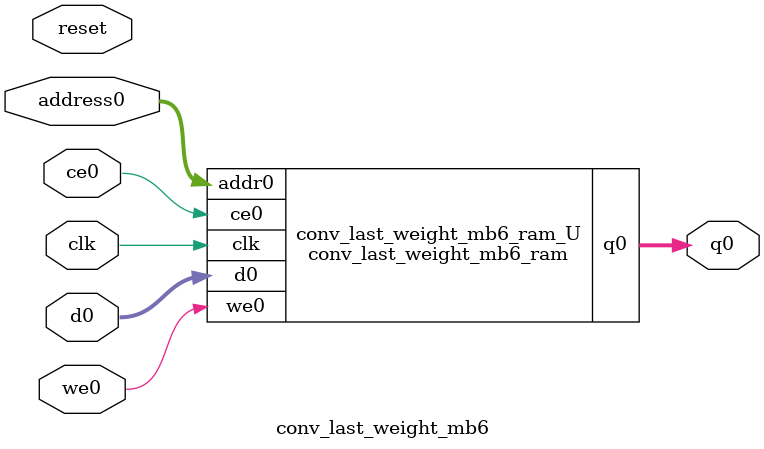
<source format=v>

`timescale 1 ns / 1 ps
module conv_last_weight_mb6_ram (addr0, ce0, d0, we0, q0,  clk);

parameter DWIDTH = 8;
parameter AWIDTH = 14;
parameter MEM_SIZE = 12288;

input[AWIDTH-1:0] addr0;
input ce0;
input[DWIDTH-1:0] d0;
input we0;
output reg[DWIDTH-1:0] q0;
input clk;

(* ram_style = "block" *)reg [DWIDTH-1:0] ram[0:MEM_SIZE-1];




always @(posedge clk)  
begin 
    if (ce0) 
    begin
        if (we0) 
        begin 
            ram[addr0] <= d0; 
            q0 <= d0;
        end 
        else 
            q0 <= ram[addr0];
    end
end


endmodule


`timescale 1 ns / 1 ps
module conv_last_weight_mb6(
    reset,
    clk,
    address0,
    ce0,
    we0,
    d0,
    q0);

parameter DataWidth = 32'd8;
parameter AddressRange = 32'd12288;
parameter AddressWidth = 32'd14;
input reset;
input clk;
input[AddressWidth - 1:0] address0;
input ce0;
input we0;
input[DataWidth - 1:0] d0;
output[DataWidth - 1:0] q0;



conv_last_weight_mb6_ram conv_last_weight_mb6_ram_U(
    .clk( clk ),
    .addr0( address0 ),
    .ce0( ce0 ),
    .d0( d0 ),
    .we0( we0 ),
    .q0( q0 ));

endmodule


</source>
